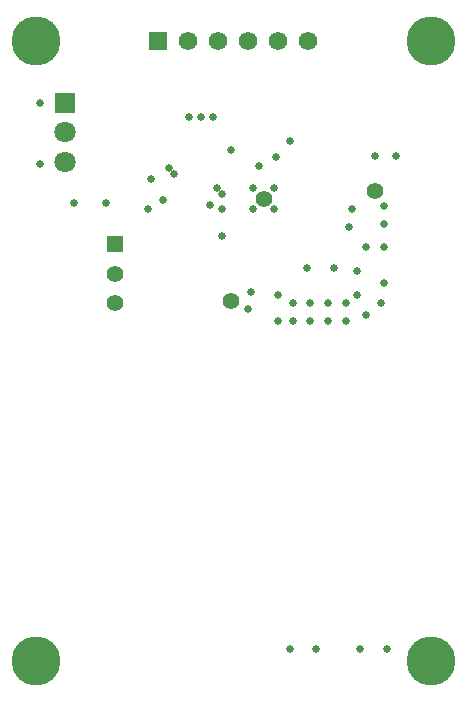
<source format=gbs>
G04*
G04 #@! TF.GenerationSoftware,Altium Limited,Altium Designer,25.6.2 (33)*
G04*
G04 Layer_Color=16711935*
%FSLAX44Y44*%
%MOMM*%
G71*
G04*
G04 #@! TF.SameCoordinates,95800A15-F6E0-4F83-BAC9-5642273E7207*
G04*
G04*
G04 #@! TF.FilePolarity,Negative*
G04*
G01*
G75*
%ADD42R,1.5700X1.5700*%
%ADD43R,1.8000X1.8000*%
%ADD44C,4.1500*%
%ADD45C,1.5700*%
%ADD46C,1.8000*%
%ADD47R,1.4000X1.4000*%
%ADD48C,1.4000*%
%ADD49C,0.6500*%
%ADD50C,1.4200*%
D42*
X126500Y547500D02*
D03*
D43*
X47500Y495000D02*
D03*
D44*
X22500Y22500D02*
D03*
X357500D02*
D03*
Y547500D02*
D03*
X22500D02*
D03*
D45*
X253500D02*
D03*
X228100D02*
D03*
X202700D02*
D03*
X177300D02*
D03*
X151900D02*
D03*
D46*
X47500Y470000D02*
D03*
Y445000D02*
D03*
D47*
X90000Y375000D02*
D03*
D48*
Y350000D02*
D03*
Y325000D02*
D03*
D49*
X205000Y335000D02*
D03*
X202500Y320000D02*
D03*
X227500Y310000D02*
D03*
X240000D02*
D03*
X255000D02*
D03*
X270000D02*
D03*
X285000D02*
D03*
X302500Y315000D02*
D03*
X315000Y325000D02*
D03*
X317500Y342500D02*
D03*
Y372500D02*
D03*
Y392500D02*
D03*
Y407500D02*
D03*
X252500Y355000D02*
D03*
X275000D02*
D03*
X302500Y372500D02*
D03*
X295000Y352500D02*
D03*
Y332500D02*
D03*
X285000Y325000D02*
D03*
X270000D02*
D03*
X255000D02*
D03*
X240000D02*
D03*
X162500Y482500D02*
D03*
X172500D02*
D03*
X152500D02*
D03*
X140000Y435000D02*
D03*
X135000Y440000D02*
D03*
X120000Y430000D02*
D03*
X170000Y408770D02*
D03*
X206610Y422390D02*
D03*
X224390D02*
D03*
Y404610D02*
D03*
X206610D02*
D03*
X180000Y417500D02*
D03*
X176270Y422500D02*
D03*
X187500Y455000D02*
D03*
X237500Y462500D02*
D03*
X327500Y450000D02*
D03*
X287500Y390000D02*
D03*
X227500Y332500D02*
D03*
X82500Y410000D02*
D03*
X55000D02*
D03*
X26283Y442939D02*
D03*
X26336Y495027D02*
D03*
X117500Y405000D02*
D03*
X237500Y32500D02*
D03*
X260000D02*
D03*
X297500D02*
D03*
X320000D02*
D03*
X225934Y448801D02*
D03*
X290000Y405000D02*
D03*
X130000Y412500D02*
D03*
X310000Y450000D02*
D03*
X180000Y405000D02*
D03*
X211426Y441610D02*
D03*
X180000Y382500D02*
D03*
D50*
X215500Y413500D02*
D03*
X310000Y420000D02*
D03*
X187500Y327500D02*
D03*
M02*

</source>
